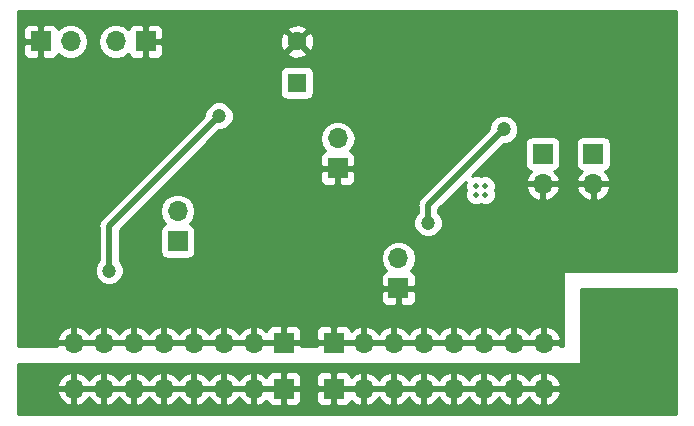
<source format=gbl>
G04 #@! TF.GenerationSoftware,KiCad,Pcbnew,(5.0.1)-3*
G04 #@! TF.CreationDate,2020-03-31T21:31:38+02:00*
G04 #@! TF.ProjectId,schema_pcb,736368656D615F7063622E6B69636164,rev?*
G04 #@! TF.SameCoordinates,Original*
G04 #@! TF.FileFunction,Copper,L2,Bot,Signal*
G04 #@! TF.FilePolarity,Positive*
%FSLAX46Y46*%
G04 Gerber Fmt 4.6, Leading zero omitted, Abs format (unit mm)*
G04 Created by KiCad (PCBNEW (5.0.1)-3) date 31/03/2020 21:31:38*
%MOMM*%
%LPD*%
G01*
G04 APERTURE LIST*
G04 #@! TA.AperFunction,ComponentPad*
%ADD10O,1.700000X1.700000*%
G04 #@! TD*
G04 #@! TA.AperFunction,ComponentPad*
%ADD11R,1.700000X1.700000*%
G04 #@! TD*
G04 #@! TA.AperFunction,ComponentPad*
%ADD12C,1.600000*%
G04 #@! TD*
G04 #@! TA.AperFunction,ComponentPad*
%ADD13R,1.600000X1.600000*%
G04 #@! TD*
G04 #@! TA.AperFunction,ComponentPad*
%ADD14C,0.508000*%
G04 #@! TD*
G04 #@! TA.AperFunction,ViaPad*
%ADD15C,1.200000*%
G04 #@! TD*
G04 #@! TA.AperFunction,Conductor*
%ADD16C,0.500000*%
G04 #@! TD*
G04 #@! TA.AperFunction,Conductor*
%ADD17C,0.254000*%
G04 #@! TD*
G04 APERTURE END LIST*
D10*
G04 #@! TO.P,BT1,2*
G04 #@! TO.N,GND*
X164500000Y-99140000D03*
D11*
G04 #@! TO.P,BT1,1*
G04 #@! TO.N,Net-(BT1-Pad1)*
X164500000Y-96600000D03*
G04 #@! TD*
G04 #@! TO.P,J4,1*
G04 #@! TO.N,GND*
X147150000Y-97850000D03*
D10*
G04 #@! TO.P,J4,2*
G04 #@! TO.N,/BatteryLoader/input*
X147150000Y-95310000D03*
G04 #@! TD*
G04 #@! TO.P,SolarPanel IN,2*
G04 #@! TO.N,Net-(Cin1_1-Pad1)*
X124540000Y-87100000D03*
D11*
G04 #@! TO.P,SolarPanel IN,1*
G04 #@! TO.N,GND*
X122000000Y-87100000D03*
G04 #@! TD*
D10*
G04 #@! TO.P,meas,2*
G04 #@! TO.N,Net-(Cin1_1-Pad1)*
X128360000Y-87100000D03*
D11*
G04 #@! TO.P,meas,1*
G04 #@! TO.N,GND*
X130900000Y-87100000D03*
G04 #@! TD*
G04 #@! TO.P,J3,1*
G04 #@! TO.N,Net-(J3-Pad1)*
X133600000Y-104000000D03*
D10*
G04 #@! TO.P,J3,2*
G04 #@! TO.N,Net-(J3-Pad2)*
X133600000Y-101460000D03*
G04 #@! TD*
D11*
G04 #@! TO.P,J5,1*
G04 #@! TO.N,GND*
X152300000Y-108000000D03*
D10*
G04 #@! TO.P,J5,2*
G04 #@! TO.N,Net-(CREF2-Pad1)*
X152300000Y-105460000D03*
G04 #@! TD*
D11*
G04 #@! TO.P,J6,1*
G04 #@! TO.N,Net-(BT1-Pad1)*
X168800000Y-96600000D03*
D10*
G04 #@! TO.P,J6,2*
G04 #@! TO.N,GND*
X168800000Y-99140000D03*
G04 #@! TD*
G04 #@! TO.P,3.3V,8*
G04 #@! TO.N,Net-(C6-Pad1)*
X124820000Y-116500000D03*
G04 #@! TO.P,3.3V,7*
X127360000Y-116500000D03*
G04 #@! TO.P,3.3V,6*
X129900000Y-116500000D03*
G04 #@! TO.P,3.3V,5*
X132440000Y-116500000D03*
G04 #@! TO.P,3.3V,4*
X134980000Y-116500000D03*
G04 #@! TO.P,3.3V,3*
X137520000Y-116500000D03*
G04 #@! TO.P,3.3V,2*
X140060000Y-116500000D03*
D11*
G04 #@! TO.P,3.3V,1*
X142600000Y-116500000D03*
G04 #@! TD*
G04 #@! TO.P,,1*
G04 #@! TO.N,Net-(C6-Pad1)*
X146800000Y-116500000D03*
D10*
G04 #@! TO.P,,2*
X149340000Y-116500000D03*
G04 #@! TO.P,,3*
X151880000Y-116500000D03*
G04 #@! TO.P,,4*
X154420000Y-116500000D03*
G04 #@! TO.P,,5*
X156960000Y-116500000D03*
G04 #@! TO.P,,6*
X159500000Y-116500000D03*
G04 #@! TO.P,,7*
X162040000Y-116500000D03*
G04 #@! TO.P,,8*
X164580000Y-116500000D03*
G04 #@! TD*
G04 #@! TO.P,GND,8*
G04 #@! TO.N,GND*
X164580000Y-112600000D03*
G04 #@! TO.P,GND,7*
X162040000Y-112600000D03*
G04 #@! TO.P,GND,6*
X159500000Y-112600000D03*
G04 #@! TO.P,GND,5*
X156960000Y-112600000D03*
G04 #@! TO.P,GND,4*
X154420000Y-112600000D03*
G04 #@! TO.P,GND,3*
X151880000Y-112600000D03*
G04 #@! TO.P,GND,2*
X149340000Y-112600000D03*
D11*
G04 #@! TO.P,GND,1*
X146800000Y-112600000D03*
G04 #@! TD*
G04 #@! TO.P,,1*
G04 #@! TO.N,GND*
X142600000Y-112600000D03*
D10*
G04 #@! TO.P,,2*
X140060000Y-112600000D03*
G04 #@! TO.P,,3*
X137520000Y-112600000D03*
G04 #@! TO.P,,4*
X134980000Y-112600000D03*
G04 #@! TO.P,,5*
X132440000Y-112600000D03*
G04 #@! TO.P,,6*
X129900000Y-112600000D03*
G04 #@! TO.P,,7*
X127360000Y-112600000D03*
G04 #@! TO.P,,8*
X124820000Y-112600000D03*
G04 #@! TD*
D12*
G04 #@! TO.P,SUPERCAP,2*
G04 #@! TO.N,GND*
X143700000Y-87100000D03*
D13*
G04 #@! TO.P,SUPERCAP,1*
G04 #@! TO.N,Net-(SUPERCAP1-Pad1)*
X143700000Y-90600000D03*
G04 #@! TD*
D14*
G04 #@! TO.P,,V*
G04 #@! TO.N,N/C*
X158856300Y-100093700D03*
X158856300Y-99306300D03*
X159643700Y-100093700D03*
X159643700Y-99306300D03*
G04 #@! TD*
D15*
G04 #@! TO.N,Net-(C5-Pad1)*
X161200000Y-94550000D03*
X154800002Y-102450000D03*
G04 #@! TO.N,Net-(CSTORE1-Pad1)*
X127800000Y-106500000D03*
X137099999Y-93400000D03*
G04 #@! TD*
D16*
G04 #@! TO.N,Net-(C5-Pad1)*
X154800002Y-100949998D02*
X154800002Y-101601472D01*
X154800002Y-101601472D02*
X154800002Y-102450000D01*
X161200000Y-94550000D02*
X154800002Y-100949998D01*
G04 #@! TO.N,Net-(CSTORE1-Pad1)*
X127800000Y-106500000D02*
X127800000Y-106500000D01*
X127800000Y-106500000D02*
X127800000Y-102699999D01*
X127800000Y-102699999D02*
X136500000Y-93999999D01*
X136500000Y-93999999D02*
X137099999Y-93400000D01*
G04 #@! TD*
D17*
G04 #@! TO.N,Net-(C6-Pad1)*
G36*
X175820001Y-118670000D02*
X120090000Y-118670000D01*
X120090000Y-116856892D01*
X123378514Y-116856892D01*
X123624817Y-117381358D01*
X124053076Y-117771645D01*
X124463110Y-117941476D01*
X124693000Y-117820155D01*
X124693000Y-116627000D01*
X124947000Y-116627000D01*
X124947000Y-117820155D01*
X125176890Y-117941476D01*
X125586924Y-117771645D01*
X126015183Y-117381358D01*
X126090000Y-117222046D01*
X126164817Y-117381358D01*
X126593076Y-117771645D01*
X127003110Y-117941476D01*
X127233000Y-117820155D01*
X127233000Y-116627000D01*
X127487000Y-116627000D01*
X127487000Y-117820155D01*
X127716890Y-117941476D01*
X128126924Y-117771645D01*
X128555183Y-117381358D01*
X128630000Y-117222046D01*
X128704817Y-117381358D01*
X129133076Y-117771645D01*
X129543110Y-117941476D01*
X129773000Y-117820155D01*
X129773000Y-116627000D01*
X130027000Y-116627000D01*
X130027000Y-117820155D01*
X130256890Y-117941476D01*
X130666924Y-117771645D01*
X131095183Y-117381358D01*
X131170000Y-117222046D01*
X131244817Y-117381358D01*
X131673076Y-117771645D01*
X132083110Y-117941476D01*
X132313000Y-117820155D01*
X132313000Y-116627000D01*
X132567000Y-116627000D01*
X132567000Y-117820155D01*
X132796890Y-117941476D01*
X133206924Y-117771645D01*
X133635183Y-117381358D01*
X133710000Y-117222046D01*
X133784817Y-117381358D01*
X134213076Y-117771645D01*
X134623110Y-117941476D01*
X134853000Y-117820155D01*
X134853000Y-116627000D01*
X135107000Y-116627000D01*
X135107000Y-117820155D01*
X135336890Y-117941476D01*
X135746924Y-117771645D01*
X136175183Y-117381358D01*
X136250000Y-117222046D01*
X136324817Y-117381358D01*
X136753076Y-117771645D01*
X137163110Y-117941476D01*
X137393000Y-117820155D01*
X137393000Y-116627000D01*
X137647000Y-116627000D01*
X137647000Y-117820155D01*
X137876890Y-117941476D01*
X138286924Y-117771645D01*
X138715183Y-117381358D01*
X138790000Y-117222046D01*
X138864817Y-117381358D01*
X139293076Y-117771645D01*
X139703110Y-117941476D01*
X139933000Y-117820155D01*
X139933000Y-116627000D01*
X140187000Y-116627000D01*
X140187000Y-117820155D01*
X140416890Y-117941476D01*
X140826924Y-117771645D01*
X141124864Y-117500122D01*
X141211673Y-117709698D01*
X141390301Y-117888327D01*
X141623690Y-117985000D01*
X142314250Y-117985000D01*
X142473000Y-117826250D01*
X142473000Y-116627000D01*
X142727000Y-116627000D01*
X142727000Y-117826250D01*
X142885750Y-117985000D01*
X143576310Y-117985000D01*
X143809699Y-117888327D01*
X143988327Y-117709698D01*
X144085000Y-117476309D01*
X144085000Y-116785750D01*
X145315000Y-116785750D01*
X145315000Y-117476309D01*
X145411673Y-117709698D01*
X145590301Y-117888327D01*
X145823690Y-117985000D01*
X146514250Y-117985000D01*
X146673000Y-117826250D01*
X146673000Y-116627000D01*
X146927000Y-116627000D01*
X146927000Y-117826250D01*
X147085750Y-117985000D01*
X147776310Y-117985000D01*
X148009699Y-117888327D01*
X148188327Y-117709698D01*
X148275136Y-117500122D01*
X148573076Y-117771645D01*
X148983110Y-117941476D01*
X149213000Y-117820155D01*
X149213000Y-116627000D01*
X149467000Y-116627000D01*
X149467000Y-117820155D01*
X149696890Y-117941476D01*
X150106924Y-117771645D01*
X150535183Y-117381358D01*
X150610000Y-117222046D01*
X150684817Y-117381358D01*
X151113076Y-117771645D01*
X151523110Y-117941476D01*
X151753000Y-117820155D01*
X151753000Y-116627000D01*
X152007000Y-116627000D01*
X152007000Y-117820155D01*
X152236890Y-117941476D01*
X152646924Y-117771645D01*
X153075183Y-117381358D01*
X153150000Y-117222046D01*
X153224817Y-117381358D01*
X153653076Y-117771645D01*
X154063110Y-117941476D01*
X154293000Y-117820155D01*
X154293000Y-116627000D01*
X154547000Y-116627000D01*
X154547000Y-117820155D01*
X154776890Y-117941476D01*
X155186924Y-117771645D01*
X155615183Y-117381358D01*
X155690000Y-117222046D01*
X155764817Y-117381358D01*
X156193076Y-117771645D01*
X156603110Y-117941476D01*
X156833000Y-117820155D01*
X156833000Y-116627000D01*
X157087000Y-116627000D01*
X157087000Y-117820155D01*
X157316890Y-117941476D01*
X157726924Y-117771645D01*
X158155183Y-117381358D01*
X158230000Y-117222046D01*
X158304817Y-117381358D01*
X158733076Y-117771645D01*
X159143110Y-117941476D01*
X159373000Y-117820155D01*
X159373000Y-116627000D01*
X159627000Y-116627000D01*
X159627000Y-117820155D01*
X159856890Y-117941476D01*
X160266924Y-117771645D01*
X160695183Y-117381358D01*
X160770000Y-117222046D01*
X160844817Y-117381358D01*
X161273076Y-117771645D01*
X161683110Y-117941476D01*
X161913000Y-117820155D01*
X161913000Y-116627000D01*
X162167000Y-116627000D01*
X162167000Y-117820155D01*
X162396890Y-117941476D01*
X162806924Y-117771645D01*
X163235183Y-117381358D01*
X163310000Y-117222046D01*
X163384817Y-117381358D01*
X163813076Y-117771645D01*
X164223110Y-117941476D01*
X164453000Y-117820155D01*
X164453000Y-116627000D01*
X164707000Y-116627000D01*
X164707000Y-117820155D01*
X164936890Y-117941476D01*
X165346924Y-117771645D01*
X165775183Y-117381358D01*
X166021486Y-116856892D01*
X165900819Y-116627000D01*
X164707000Y-116627000D01*
X164453000Y-116627000D01*
X162167000Y-116627000D01*
X161913000Y-116627000D01*
X159627000Y-116627000D01*
X159373000Y-116627000D01*
X157087000Y-116627000D01*
X156833000Y-116627000D01*
X154547000Y-116627000D01*
X154293000Y-116627000D01*
X152007000Y-116627000D01*
X151753000Y-116627000D01*
X149467000Y-116627000D01*
X149213000Y-116627000D01*
X146927000Y-116627000D01*
X146673000Y-116627000D01*
X145473750Y-116627000D01*
X145315000Y-116785750D01*
X144085000Y-116785750D01*
X143926250Y-116627000D01*
X142727000Y-116627000D01*
X142473000Y-116627000D01*
X140187000Y-116627000D01*
X139933000Y-116627000D01*
X137647000Y-116627000D01*
X137393000Y-116627000D01*
X135107000Y-116627000D01*
X134853000Y-116627000D01*
X132567000Y-116627000D01*
X132313000Y-116627000D01*
X130027000Y-116627000D01*
X129773000Y-116627000D01*
X127487000Y-116627000D01*
X127233000Y-116627000D01*
X124947000Y-116627000D01*
X124693000Y-116627000D01*
X123499181Y-116627000D01*
X123378514Y-116856892D01*
X120090000Y-116856892D01*
X120090000Y-116143108D01*
X123378514Y-116143108D01*
X123499181Y-116373000D01*
X124693000Y-116373000D01*
X124693000Y-115179845D01*
X124947000Y-115179845D01*
X124947000Y-116373000D01*
X127233000Y-116373000D01*
X127233000Y-115179845D01*
X127487000Y-115179845D01*
X127487000Y-116373000D01*
X129773000Y-116373000D01*
X129773000Y-115179845D01*
X130027000Y-115179845D01*
X130027000Y-116373000D01*
X132313000Y-116373000D01*
X132313000Y-115179845D01*
X132567000Y-115179845D01*
X132567000Y-116373000D01*
X134853000Y-116373000D01*
X134853000Y-115179845D01*
X135107000Y-115179845D01*
X135107000Y-116373000D01*
X137393000Y-116373000D01*
X137393000Y-115179845D01*
X137647000Y-115179845D01*
X137647000Y-116373000D01*
X139933000Y-116373000D01*
X139933000Y-115179845D01*
X140187000Y-115179845D01*
X140187000Y-116373000D01*
X142473000Y-116373000D01*
X142473000Y-115173750D01*
X142727000Y-115173750D01*
X142727000Y-116373000D01*
X143926250Y-116373000D01*
X144085000Y-116214250D01*
X144085000Y-115523691D01*
X145315000Y-115523691D01*
X145315000Y-116214250D01*
X145473750Y-116373000D01*
X146673000Y-116373000D01*
X146673000Y-115173750D01*
X146927000Y-115173750D01*
X146927000Y-116373000D01*
X149213000Y-116373000D01*
X149213000Y-115179845D01*
X149467000Y-115179845D01*
X149467000Y-116373000D01*
X151753000Y-116373000D01*
X151753000Y-115179845D01*
X152007000Y-115179845D01*
X152007000Y-116373000D01*
X154293000Y-116373000D01*
X154293000Y-115179845D01*
X154547000Y-115179845D01*
X154547000Y-116373000D01*
X156833000Y-116373000D01*
X156833000Y-115179845D01*
X157087000Y-115179845D01*
X157087000Y-116373000D01*
X159373000Y-116373000D01*
X159373000Y-115179845D01*
X159627000Y-115179845D01*
X159627000Y-116373000D01*
X161913000Y-116373000D01*
X161913000Y-115179845D01*
X162167000Y-115179845D01*
X162167000Y-116373000D01*
X164453000Y-116373000D01*
X164453000Y-115179845D01*
X164707000Y-115179845D01*
X164707000Y-116373000D01*
X165900819Y-116373000D01*
X166021486Y-116143108D01*
X165775183Y-115618642D01*
X165346924Y-115228355D01*
X164936890Y-115058524D01*
X164707000Y-115179845D01*
X164453000Y-115179845D01*
X164223110Y-115058524D01*
X163813076Y-115228355D01*
X163384817Y-115618642D01*
X163310000Y-115777954D01*
X163235183Y-115618642D01*
X162806924Y-115228355D01*
X162396890Y-115058524D01*
X162167000Y-115179845D01*
X161913000Y-115179845D01*
X161683110Y-115058524D01*
X161273076Y-115228355D01*
X160844817Y-115618642D01*
X160770000Y-115777954D01*
X160695183Y-115618642D01*
X160266924Y-115228355D01*
X159856890Y-115058524D01*
X159627000Y-115179845D01*
X159373000Y-115179845D01*
X159143110Y-115058524D01*
X158733076Y-115228355D01*
X158304817Y-115618642D01*
X158230000Y-115777954D01*
X158155183Y-115618642D01*
X157726924Y-115228355D01*
X157316890Y-115058524D01*
X157087000Y-115179845D01*
X156833000Y-115179845D01*
X156603110Y-115058524D01*
X156193076Y-115228355D01*
X155764817Y-115618642D01*
X155690000Y-115777954D01*
X155615183Y-115618642D01*
X155186924Y-115228355D01*
X154776890Y-115058524D01*
X154547000Y-115179845D01*
X154293000Y-115179845D01*
X154063110Y-115058524D01*
X153653076Y-115228355D01*
X153224817Y-115618642D01*
X153150000Y-115777954D01*
X153075183Y-115618642D01*
X152646924Y-115228355D01*
X152236890Y-115058524D01*
X152007000Y-115179845D01*
X151753000Y-115179845D01*
X151523110Y-115058524D01*
X151113076Y-115228355D01*
X150684817Y-115618642D01*
X150610000Y-115777954D01*
X150535183Y-115618642D01*
X150106924Y-115228355D01*
X149696890Y-115058524D01*
X149467000Y-115179845D01*
X149213000Y-115179845D01*
X148983110Y-115058524D01*
X148573076Y-115228355D01*
X148275136Y-115499878D01*
X148188327Y-115290302D01*
X148009699Y-115111673D01*
X147776310Y-115015000D01*
X147085750Y-115015000D01*
X146927000Y-115173750D01*
X146673000Y-115173750D01*
X146514250Y-115015000D01*
X145823690Y-115015000D01*
X145590301Y-115111673D01*
X145411673Y-115290302D01*
X145315000Y-115523691D01*
X144085000Y-115523691D01*
X143988327Y-115290302D01*
X143809699Y-115111673D01*
X143576310Y-115015000D01*
X142885750Y-115015000D01*
X142727000Y-115173750D01*
X142473000Y-115173750D01*
X142314250Y-115015000D01*
X141623690Y-115015000D01*
X141390301Y-115111673D01*
X141211673Y-115290302D01*
X141124864Y-115499878D01*
X140826924Y-115228355D01*
X140416890Y-115058524D01*
X140187000Y-115179845D01*
X139933000Y-115179845D01*
X139703110Y-115058524D01*
X139293076Y-115228355D01*
X138864817Y-115618642D01*
X138790000Y-115777954D01*
X138715183Y-115618642D01*
X138286924Y-115228355D01*
X137876890Y-115058524D01*
X137647000Y-115179845D01*
X137393000Y-115179845D01*
X137163110Y-115058524D01*
X136753076Y-115228355D01*
X136324817Y-115618642D01*
X136250000Y-115777954D01*
X136175183Y-115618642D01*
X135746924Y-115228355D01*
X135336890Y-115058524D01*
X135107000Y-115179845D01*
X134853000Y-115179845D01*
X134623110Y-115058524D01*
X134213076Y-115228355D01*
X133784817Y-115618642D01*
X133710000Y-115777954D01*
X133635183Y-115618642D01*
X133206924Y-115228355D01*
X132796890Y-115058524D01*
X132567000Y-115179845D01*
X132313000Y-115179845D01*
X132083110Y-115058524D01*
X131673076Y-115228355D01*
X131244817Y-115618642D01*
X131170000Y-115777954D01*
X131095183Y-115618642D01*
X130666924Y-115228355D01*
X130256890Y-115058524D01*
X130027000Y-115179845D01*
X129773000Y-115179845D01*
X129543110Y-115058524D01*
X129133076Y-115228355D01*
X128704817Y-115618642D01*
X128630000Y-115777954D01*
X128555183Y-115618642D01*
X128126924Y-115228355D01*
X127716890Y-115058524D01*
X127487000Y-115179845D01*
X127233000Y-115179845D01*
X127003110Y-115058524D01*
X126593076Y-115228355D01*
X126164817Y-115618642D01*
X126090000Y-115777954D01*
X126015183Y-115618642D01*
X125586924Y-115228355D01*
X125176890Y-115058524D01*
X124947000Y-115179845D01*
X124693000Y-115179845D01*
X124463110Y-115058524D01*
X124053076Y-115228355D01*
X123624817Y-115618642D01*
X123378514Y-116143108D01*
X120090000Y-116143108D01*
X120090000Y-114427000D01*
X167640000Y-114427000D01*
X167688601Y-114417333D01*
X167729803Y-114389803D01*
X167757333Y-114348601D01*
X167767000Y-114300000D01*
X167767000Y-108077000D01*
X175820001Y-108077000D01*
X175820001Y-118670000D01*
X175820001Y-118670000D01*
G37*
X175820001Y-118670000D02*
X120090000Y-118670000D01*
X120090000Y-116856892D01*
X123378514Y-116856892D01*
X123624817Y-117381358D01*
X124053076Y-117771645D01*
X124463110Y-117941476D01*
X124693000Y-117820155D01*
X124693000Y-116627000D01*
X124947000Y-116627000D01*
X124947000Y-117820155D01*
X125176890Y-117941476D01*
X125586924Y-117771645D01*
X126015183Y-117381358D01*
X126090000Y-117222046D01*
X126164817Y-117381358D01*
X126593076Y-117771645D01*
X127003110Y-117941476D01*
X127233000Y-117820155D01*
X127233000Y-116627000D01*
X127487000Y-116627000D01*
X127487000Y-117820155D01*
X127716890Y-117941476D01*
X128126924Y-117771645D01*
X128555183Y-117381358D01*
X128630000Y-117222046D01*
X128704817Y-117381358D01*
X129133076Y-117771645D01*
X129543110Y-117941476D01*
X129773000Y-117820155D01*
X129773000Y-116627000D01*
X130027000Y-116627000D01*
X130027000Y-117820155D01*
X130256890Y-117941476D01*
X130666924Y-117771645D01*
X131095183Y-117381358D01*
X131170000Y-117222046D01*
X131244817Y-117381358D01*
X131673076Y-117771645D01*
X132083110Y-117941476D01*
X132313000Y-117820155D01*
X132313000Y-116627000D01*
X132567000Y-116627000D01*
X132567000Y-117820155D01*
X132796890Y-117941476D01*
X133206924Y-117771645D01*
X133635183Y-117381358D01*
X133710000Y-117222046D01*
X133784817Y-117381358D01*
X134213076Y-117771645D01*
X134623110Y-117941476D01*
X134853000Y-117820155D01*
X134853000Y-116627000D01*
X135107000Y-116627000D01*
X135107000Y-117820155D01*
X135336890Y-117941476D01*
X135746924Y-117771645D01*
X136175183Y-117381358D01*
X136250000Y-117222046D01*
X136324817Y-117381358D01*
X136753076Y-117771645D01*
X137163110Y-117941476D01*
X137393000Y-117820155D01*
X137393000Y-116627000D01*
X137647000Y-116627000D01*
X137647000Y-117820155D01*
X137876890Y-117941476D01*
X138286924Y-117771645D01*
X138715183Y-117381358D01*
X138790000Y-117222046D01*
X138864817Y-117381358D01*
X139293076Y-117771645D01*
X139703110Y-117941476D01*
X139933000Y-117820155D01*
X139933000Y-116627000D01*
X140187000Y-116627000D01*
X140187000Y-117820155D01*
X140416890Y-117941476D01*
X140826924Y-117771645D01*
X141124864Y-117500122D01*
X141211673Y-117709698D01*
X141390301Y-117888327D01*
X141623690Y-117985000D01*
X142314250Y-117985000D01*
X142473000Y-117826250D01*
X142473000Y-116627000D01*
X142727000Y-116627000D01*
X142727000Y-117826250D01*
X142885750Y-117985000D01*
X143576310Y-117985000D01*
X143809699Y-117888327D01*
X143988327Y-117709698D01*
X144085000Y-117476309D01*
X144085000Y-116785750D01*
X145315000Y-116785750D01*
X145315000Y-117476309D01*
X145411673Y-117709698D01*
X145590301Y-117888327D01*
X145823690Y-117985000D01*
X146514250Y-117985000D01*
X146673000Y-117826250D01*
X146673000Y-116627000D01*
X146927000Y-116627000D01*
X146927000Y-117826250D01*
X147085750Y-117985000D01*
X147776310Y-117985000D01*
X148009699Y-117888327D01*
X148188327Y-117709698D01*
X148275136Y-117500122D01*
X148573076Y-117771645D01*
X148983110Y-117941476D01*
X149213000Y-117820155D01*
X149213000Y-116627000D01*
X149467000Y-116627000D01*
X149467000Y-117820155D01*
X149696890Y-117941476D01*
X150106924Y-117771645D01*
X150535183Y-117381358D01*
X150610000Y-117222046D01*
X150684817Y-117381358D01*
X151113076Y-117771645D01*
X151523110Y-117941476D01*
X151753000Y-117820155D01*
X151753000Y-116627000D01*
X152007000Y-116627000D01*
X152007000Y-117820155D01*
X152236890Y-117941476D01*
X152646924Y-117771645D01*
X153075183Y-117381358D01*
X153150000Y-117222046D01*
X153224817Y-117381358D01*
X153653076Y-117771645D01*
X154063110Y-117941476D01*
X154293000Y-117820155D01*
X154293000Y-116627000D01*
X154547000Y-116627000D01*
X154547000Y-117820155D01*
X154776890Y-117941476D01*
X155186924Y-117771645D01*
X155615183Y-117381358D01*
X155690000Y-117222046D01*
X155764817Y-117381358D01*
X156193076Y-117771645D01*
X156603110Y-117941476D01*
X156833000Y-117820155D01*
X156833000Y-116627000D01*
X157087000Y-116627000D01*
X157087000Y-117820155D01*
X157316890Y-117941476D01*
X157726924Y-117771645D01*
X158155183Y-117381358D01*
X158230000Y-117222046D01*
X158304817Y-117381358D01*
X158733076Y-117771645D01*
X159143110Y-117941476D01*
X159373000Y-117820155D01*
X159373000Y-116627000D01*
X159627000Y-116627000D01*
X159627000Y-117820155D01*
X159856890Y-117941476D01*
X160266924Y-117771645D01*
X160695183Y-117381358D01*
X160770000Y-117222046D01*
X160844817Y-117381358D01*
X161273076Y-117771645D01*
X161683110Y-117941476D01*
X161913000Y-117820155D01*
X161913000Y-116627000D01*
X162167000Y-116627000D01*
X162167000Y-117820155D01*
X162396890Y-117941476D01*
X162806924Y-117771645D01*
X163235183Y-117381358D01*
X163310000Y-117222046D01*
X163384817Y-117381358D01*
X163813076Y-117771645D01*
X164223110Y-117941476D01*
X164453000Y-117820155D01*
X164453000Y-116627000D01*
X164707000Y-116627000D01*
X164707000Y-117820155D01*
X164936890Y-117941476D01*
X165346924Y-117771645D01*
X165775183Y-117381358D01*
X166021486Y-116856892D01*
X165900819Y-116627000D01*
X164707000Y-116627000D01*
X164453000Y-116627000D01*
X162167000Y-116627000D01*
X161913000Y-116627000D01*
X159627000Y-116627000D01*
X159373000Y-116627000D01*
X157087000Y-116627000D01*
X156833000Y-116627000D01*
X154547000Y-116627000D01*
X154293000Y-116627000D01*
X152007000Y-116627000D01*
X151753000Y-116627000D01*
X149467000Y-116627000D01*
X149213000Y-116627000D01*
X146927000Y-116627000D01*
X146673000Y-116627000D01*
X145473750Y-116627000D01*
X145315000Y-116785750D01*
X144085000Y-116785750D01*
X143926250Y-116627000D01*
X142727000Y-116627000D01*
X142473000Y-116627000D01*
X140187000Y-116627000D01*
X139933000Y-116627000D01*
X137647000Y-116627000D01*
X137393000Y-116627000D01*
X135107000Y-116627000D01*
X134853000Y-116627000D01*
X132567000Y-116627000D01*
X132313000Y-116627000D01*
X130027000Y-116627000D01*
X129773000Y-116627000D01*
X127487000Y-116627000D01*
X127233000Y-116627000D01*
X124947000Y-116627000D01*
X124693000Y-116627000D01*
X123499181Y-116627000D01*
X123378514Y-116856892D01*
X120090000Y-116856892D01*
X120090000Y-116143108D01*
X123378514Y-116143108D01*
X123499181Y-116373000D01*
X124693000Y-116373000D01*
X124693000Y-115179845D01*
X124947000Y-115179845D01*
X124947000Y-116373000D01*
X127233000Y-116373000D01*
X127233000Y-115179845D01*
X127487000Y-115179845D01*
X127487000Y-116373000D01*
X129773000Y-116373000D01*
X129773000Y-115179845D01*
X130027000Y-115179845D01*
X130027000Y-116373000D01*
X132313000Y-116373000D01*
X132313000Y-115179845D01*
X132567000Y-115179845D01*
X132567000Y-116373000D01*
X134853000Y-116373000D01*
X134853000Y-115179845D01*
X135107000Y-115179845D01*
X135107000Y-116373000D01*
X137393000Y-116373000D01*
X137393000Y-115179845D01*
X137647000Y-115179845D01*
X137647000Y-116373000D01*
X139933000Y-116373000D01*
X139933000Y-115179845D01*
X140187000Y-115179845D01*
X140187000Y-116373000D01*
X142473000Y-116373000D01*
X142473000Y-115173750D01*
X142727000Y-115173750D01*
X142727000Y-116373000D01*
X143926250Y-116373000D01*
X144085000Y-116214250D01*
X144085000Y-115523691D01*
X145315000Y-115523691D01*
X145315000Y-116214250D01*
X145473750Y-116373000D01*
X146673000Y-116373000D01*
X146673000Y-115173750D01*
X146927000Y-115173750D01*
X146927000Y-116373000D01*
X149213000Y-116373000D01*
X149213000Y-115179845D01*
X149467000Y-115179845D01*
X149467000Y-116373000D01*
X151753000Y-116373000D01*
X151753000Y-115179845D01*
X152007000Y-115179845D01*
X152007000Y-116373000D01*
X154293000Y-116373000D01*
X154293000Y-115179845D01*
X154547000Y-115179845D01*
X154547000Y-116373000D01*
X156833000Y-116373000D01*
X156833000Y-115179845D01*
X157087000Y-115179845D01*
X157087000Y-116373000D01*
X159373000Y-116373000D01*
X159373000Y-115179845D01*
X159627000Y-115179845D01*
X159627000Y-116373000D01*
X161913000Y-116373000D01*
X161913000Y-115179845D01*
X162167000Y-115179845D01*
X162167000Y-116373000D01*
X164453000Y-116373000D01*
X164453000Y-115179845D01*
X164707000Y-115179845D01*
X164707000Y-116373000D01*
X165900819Y-116373000D01*
X166021486Y-116143108D01*
X165775183Y-115618642D01*
X165346924Y-115228355D01*
X164936890Y-115058524D01*
X164707000Y-115179845D01*
X164453000Y-115179845D01*
X164223110Y-115058524D01*
X163813076Y-115228355D01*
X163384817Y-115618642D01*
X163310000Y-115777954D01*
X163235183Y-115618642D01*
X162806924Y-115228355D01*
X162396890Y-115058524D01*
X162167000Y-115179845D01*
X161913000Y-115179845D01*
X161683110Y-115058524D01*
X161273076Y-115228355D01*
X160844817Y-115618642D01*
X160770000Y-115777954D01*
X160695183Y-115618642D01*
X160266924Y-115228355D01*
X159856890Y-115058524D01*
X159627000Y-115179845D01*
X159373000Y-115179845D01*
X159143110Y-115058524D01*
X158733076Y-115228355D01*
X158304817Y-115618642D01*
X158230000Y-115777954D01*
X158155183Y-115618642D01*
X157726924Y-115228355D01*
X157316890Y-115058524D01*
X157087000Y-115179845D01*
X156833000Y-115179845D01*
X156603110Y-115058524D01*
X156193076Y-115228355D01*
X155764817Y-115618642D01*
X155690000Y-115777954D01*
X155615183Y-115618642D01*
X155186924Y-115228355D01*
X154776890Y-115058524D01*
X154547000Y-115179845D01*
X154293000Y-115179845D01*
X154063110Y-115058524D01*
X153653076Y-115228355D01*
X153224817Y-115618642D01*
X153150000Y-115777954D01*
X153075183Y-115618642D01*
X152646924Y-115228355D01*
X152236890Y-115058524D01*
X152007000Y-115179845D01*
X151753000Y-115179845D01*
X151523110Y-115058524D01*
X151113076Y-115228355D01*
X150684817Y-115618642D01*
X150610000Y-115777954D01*
X150535183Y-115618642D01*
X150106924Y-115228355D01*
X149696890Y-115058524D01*
X149467000Y-115179845D01*
X149213000Y-115179845D01*
X148983110Y-115058524D01*
X148573076Y-115228355D01*
X148275136Y-115499878D01*
X148188327Y-115290302D01*
X148009699Y-115111673D01*
X147776310Y-115015000D01*
X147085750Y-115015000D01*
X146927000Y-115173750D01*
X146673000Y-115173750D01*
X146514250Y-115015000D01*
X145823690Y-115015000D01*
X145590301Y-115111673D01*
X145411673Y-115290302D01*
X145315000Y-115523691D01*
X144085000Y-115523691D01*
X143988327Y-115290302D01*
X143809699Y-115111673D01*
X143576310Y-115015000D01*
X142885750Y-115015000D01*
X142727000Y-115173750D01*
X142473000Y-115173750D01*
X142314250Y-115015000D01*
X141623690Y-115015000D01*
X141390301Y-115111673D01*
X141211673Y-115290302D01*
X141124864Y-115499878D01*
X140826924Y-115228355D01*
X140416890Y-115058524D01*
X140187000Y-115179845D01*
X139933000Y-115179845D01*
X139703110Y-115058524D01*
X139293076Y-115228355D01*
X138864817Y-115618642D01*
X138790000Y-115777954D01*
X138715183Y-115618642D01*
X138286924Y-115228355D01*
X137876890Y-115058524D01*
X137647000Y-115179845D01*
X137393000Y-115179845D01*
X137163110Y-115058524D01*
X136753076Y-115228355D01*
X136324817Y-115618642D01*
X136250000Y-115777954D01*
X136175183Y-115618642D01*
X135746924Y-115228355D01*
X135336890Y-115058524D01*
X135107000Y-115179845D01*
X134853000Y-115179845D01*
X134623110Y-115058524D01*
X134213076Y-115228355D01*
X133784817Y-115618642D01*
X133710000Y-115777954D01*
X133635183Y-115618642D01*
X133206924Y-115228355D01*
X132796890Y-115058524D01*
X132567000Y-115179845D01*
X132313000Y-115179845D01*
X132083110Y-115058524D01*
X131673076Y-115228355D01*
X131244817Y-115618642D01*
X131170000Y-115777954D01*
X131095183Y-115618642D01*
X130666924Y-115228355D01*
X130256890Y-115058524D01*
X130027000Y-115179845D01*
X129773000Y-115179845D01*
X129543110Y-115058524D01*
X129133076Y-115228355D01*
X128704817Y-115618642D01*
X128630000Y-115777954D01*
X128555183Y-115618642D01*
X128126924Y-115228355D01*
X127716890Y-115058524D01*
X127487000Y-115179845D01*
X127233000Y-115179845D01*
X127003110Y-115058524D01*
X126593076Y-115228355D01*
X126164817Y-115618642D01*
X126090000Y-115777954D01*
X126015183Y-115618642D01*
X125586924Y-115228355D01*
X125176890Y-115058524D01*
X124947000Y-115179845D01*
X124693000Y-115179845D01*
X124463110Y-115058524D01*
X124053076Y-115228355D01*
X123624817Y-115618642D01*
X123378514Y-116143108D01*
X120090000Y-116143108D01*
X120090000Y-114427000D01*
X167640000Y-114427000D01*
X167688601Y-114417333D01*
X167729803Y-114389803D01*
X167757333Y-114348601D01*
X167767000Y-114300000D01*
X167767000Y-108077000D01*
X175820001Y-108077000D01*
X175820001Y-118670000D01*
G04 #@! TO.N,GND*
G36*
X175820001Y-106553000D02*
X166370000Y-106553000D01*
X166321399Y-106562667D01*
X166280197Y-106590197D01*
X166252667Y-106631399D01*
X166243000Y-106680000D01*
X166243000Y-112903000D01*
X165993199Y-112903000D01*
X165900819Y-112727000D01*
X164707000Y-112727000D01*
X164707000Y-112747000D01*
X164453000Y-112747000D01*
X164453000Y-112727000D01*
X162167000Y-112727000D01*
X162167000Y-112747000D01*
X161913000Y-112747000D01*
X161913000Y-112727000D01*
X159627000Y-112727000D01*
X159627000Y-112747000D01*
X159373000Y-112747000D01*
X159373000Y-112727000D01*
X157087000Y-112727000D01*
X157087000Y-112747000D01*
X156833000Y-112747000D01*
X156833000Y-112727000D01*
X154547000Y-112727000D01*
X154547000Y-112747000D01*
X154293000Y-112747000D01*
X154293000Y-112727000D01*
X152007000Y-112727000D01*
X152007000Y-112747000D01*
X151753000Y-112747000D01*
X151753000Y-112727000D01*
X149467000Y-112727000D01*
X149467000Y-112747000D01*
X149213000Y-112747000D01*
X149213000Y-112727000D01*
X146927000Y-112727000D01*
X146927000Y-112747000D01*
X146673000Y-112747000D01*
X146673000Y-112727000D01*
X145473750Y-112727000D01*
X145315000Y-112885750D01*
X145315000Y-112903000D01*
X144085000Y-112903000D01*
X144085000Y-112885750D01*
X143926250Y-112727000D01*
X142727000Y-112727000D01*
X142727000Y-112747000D01*
X142473000Y-112747000D01*
X142473000Y-112727000D01*
X140187000Y-112727000D01*
X140187000Y-112747000D01*
X139933000Y-112747000D01*
X139933000Y-112727000D01*
X137647000Y-112727000D01*
X137647000Y-112747000D01*
X137393000Y-112747000D01*
X137393000Y-112727000D01*
X135107000Y-112727000D01*
X135107000Y-112747000D01*
X134853000Y-112747000D01*
X134853000Y-112727000D01*
X132567000Y-112727000D01*
X132567000Y-112747000D01*
X132313000Y-112747000D01*
X132313000Y-112727000D01*
X130027000Y-112727000D01*
X130027000Y-112747000D01*
X129773000Y-112747000D01*
X129773000Y-112727000D01*
X127487000Y-112727000D01*
X127487000Y-112747000D01*
X127233000Y-112747000D01*
X127233000Y-112727000D01*
X124947000Y-112727000D01*
X124947000Y-112747000D01*
X124693000Y-112747000D01*
X124693000Y-112727000D01*
X123499181Y-112727000D01*
X123406801Y-112903000D01*
X120090000Y-112903000D01*
X120090000Y-112243108D01*
X123378514Y-112243108D01*
X123499181Y-112473000D01*
X124693000Y-112473000D01*
X124693000Y-111279845D01*
X124947000Y-111279845D01*
X124947000Y-112473000D01*
X127233000Y-112473000D01*
X127233000Y-111279845D01*
X127487000Y-111279845D01*
X127487000Y-112473000D01*
X129773000Y-112473000D01*
X129773000Y-111279845D01*
X130027000Y-111279845D01*
X130027000Y-112473000D01*
X132313000Y-112473000D01*
X132313000Y-111279845D01*
X132567000Y-111279845D01*
X132567000Y-112473000D01*
X134853000Y-112473000D01*
X134853000Y-111279845D01*
X135107000Y-111279845D01*
X135107000Y-112473000D01*
X137393000Y-112473000D01*
X137393000Y-111279845D01*
X137647000Y-111279845D01*
X137647000Y-112473000D01*
X139933000Y-112473000D01*
X139933000Y-111279845D01*
X140187000Y-111279845D01*
X140187000Y-112473000D01*
X142473000Y-112473000D01*
X142473000Y-111273750D01*
X142727000Y-111273750D01*
X142727000Y-112473000D01*
X143926250Y-112473000D01*
X144085000Y-112314250D01*
X144085000Y-111623691D01*
X145315000Y-111623691D01*
X145315000Y-112314250D01*
X145473750Y-112473000D01*
X146673000Y-112473000D01*
X146673000Y-111273750D01*
X146927000Y-111273750D01*
X146927000Y-112473000D01*
X149213000Y-112473000D01*
X149213000Y-111279845D01*
X149467000Y-111279845D01*
X149467000Y-112473000D01*
X151753000Y-112473000D01*
X151753000Y-111279845D01*
X152007000Y-111279845D01*
X152007000Y-112473000D01*
X154293000Y-112473000D01*
X154293000Y-111279845D01*
X154547000Y-111279845D01*
X154547000Y-112473000D01*
X156833000Y-112473000D01*
X156833000Y-111279845D01*
X157087000Y-111279845D01*
X157087000Y-112473000D01*
X159373000Y-112473000D01*
X159373000Y-111279845D01*
X159627000Y-111279845D01*
X159627000Y-112473000D01*
X161913000Y-112473000D01*
X161913000Y-111279845D01*
X162167000Y-111279845D01*
X162167000Y-112473000D01*
X164453000Y-112473000D01*
X164453000Y-111279845D01*
X164707000Y-111279845D01*
X164707000Y-112473000D01*
X165900819Y-112473000D01*
X166021486Y-112243108D01*
X165775183Y-111718642D01*
X165346924Y-111328355D01*
X164936890Y-111158524D01*
X164707000Y-111279845D01*
X164453000Y-111279845D01*
X164223110Y-111158524D01*
X163813076Y-111328355D01*
X163384817Y-111718642D01*
X163310000Y-111877954D01*
X163235183Y-111718642D01*
X162806924Y-111328355D01*
X162396890Y-111158524D01*
X162167000Y-111279845D01*
X161913000Y-111279845D01*
X161683110Y-111158524D01*
X161273076Y-111328355D01*
X160844817Y-111718642D01*
X160770000Y-111877954D01*
X160695183Y-111718642D01*
X160266924Y-111328355D01*
X159856890Y-111158524D01*
X159627000Y-111279845D01*
X159373000Y-111279845D01*
X159143110Y-111158524D01*
X158733076Y-111328355D01*
X158304817Y-111718642D01*
X158230000Y-111877954D01*
X158155183Y-111718642D01*
X157726924Y-111328355D01*
X157316890Y-111158524D01*
X157087000Y-111279845D01*
X156833000Y-111279845D01*
X156603110Y-111158524D01*
X156193076Y-111328355D01*
X155764817Y-111718642D01*
X155690000Y-111877954D01*
X155615183Y-111718642D01*
X155186924Y-111328355D01*
X154776890Y-111158524D01*
X154547000Y-111279845D01*
X154293000Y-111279845D01*
X154063110Y-111158524D01*
X153653076Y-111328355D01*
X153224817Y-111718642D01*
X153150000Y-111877954D01*
X153075183Y-111718642D01*
X152646924Y-111328355D01*
X152236890Y-111158524D01*
X152007000Y-111279845D01*
X151753000Y-111279845D01*
X151523110Y-111158524D01*
X151113076Y-111328355D01*
X150684817Y-111718642D01*
X150610000Y-111877954D01*
X150535183Y-111718642D01*
X150106924Y-111328355D01*
X149696890Y-111158524D01*
X149467000Y-111279845D01*
X149213000Y-111279845D01*
X148983110Y-111158524D01*
X148573076Y-111328355D01*
X148275136Y-111599878D01*
X148188327Y-111390302D01*
X148009699Y-111211673D01*
X147776310Y-111115000D01*
X147085750Y-111115000D01*
X146927000Y-111273750D01*
X146673000Y-111273750D01*
X146514250Y-111115000D01*
X145823690Y-111115000D01*
X145590301Y-111211673D01*
X145411673Y-111390302D01*
X145315000Y-111623691D01*
X144085000Y-111623691D01*
X143988327Y-111390302D01*
X143809699Y-111211673D01*
X143576310Y-111115000D01*
X142885750Y-111115000D01*
X142727000Y-111273750D01*
X142473000Y-111273750D01*
X142314250Y-111115000D01*
X141623690Y-111115000D01*
X141390301Y-111211673D01*
X141211673Y-111390302D01*
X141124864Y-111599878D01*
X140826924Y-111328355D01*
X140416890Y-111158524D01*
X140187000Y-111279845D01*
X139933000Y-111279845D01*
X139703110Y-111158524D01*
X139293076Y-111328355D01*
X138864817Y-111718642D01*
X138790000Y-111877954D01*
X138715183Y-111718642D01*
X138286924Y-111328355D01*
X137876890Y-111158524D01*
X137647000Y-111279845D01*
X137393000Y-111279845D01*
X137163110Y-111158524D01*
X136753076Y-111328355D01*
X136324817Y-111718642D01*
X136250000Y-111877954D01*
X136175183Y-111718642D01*
X135746924Y-111328355D01*
X135336890Y-111158524D01*
X135107000Y-111279845D01*
X134853000Y-111279845D01*
X134623110Y-111158524D01*
X134213076Y-111328355D01*
X133784817Y-111718642D01*
X133710000Y-111877954D01*
X133635183Y-111718642D01*
X133206924Y-111328355D01*
X132796890Y-111158524D01*
X132567000Y-111279845D01*
X132313000Y-111279845D01*
X132083110Y-111158524D01*
X131673076Y-111328355D01*
X131244817Y-111718642D01*
X131170000Y-111877954D01*
X131095183Y-111718642D01*
X130666924Y-111328355D01*
X130256890Y-111158524D01*
X130027000Y-111279845D01*
X129773000Y-111279845D01*
X129543110Y-111158524D01*
X129133076Y-111328355D01*
X128704817Y-111718642D01*
X128630000Y-111877954D01*
X128555183Y-111718642D01*
X128126924Y-111328355D01*
X127716890Y-111158524D01*
X127487000Y-111279845D01*
X127233000Y-111279845D01*
X127003110Y-111158524D01*
X126593076Y-111328355D01*
X126164817Y-111718642D01*
X126090000Y-111877954D01*
X126015183Y-111718642D01*
X125586924Y-111328355D01*
X125176890Y-111158524D01*
X124947000Y-111279845D01*
X124693000Y-111279845D01*
X124463110Y-111158524D01*
X124053076Y-111328355D01*
X123624817Y-111718642D01*
X123378514Y-112243108D01*
X120090000Y-112243108D01*
X120090000Y-108285750D01*
X150815000Y-108285750D01*
X150815000Y-108976310D01*
X150911673Y-109209699D01*
X151090302Y-109388327D01*
X151323691Y-109485000D01*
X152014250Y-109485000D01*
X152173000Y-109326250D01*
X152173000Y-108127000D01*
X152427000Y-108127000D01*
X152427000Y-109326250D01*
X152585750Y-109485000D01*
X153276309Y-109485000D01*
X153509698Y-109388327D01*
X153688327Y-109209699D01*
X153785000Y-108976310D01*
X153785000Y-108285750D01*
X153626250Y-108127000D01*
X152427000Y-108127000D01*
X152173000Y-108127000D01*
X150973750Y-108127000D01*
X150815000Y-108285750D01*
X120090000Y-108285750D01*
X120090000Y-106254343D01*
X126565000Y-106254343D01*
X126565000Y-106745657D01*
X126753018Y-107199571D01*
X127100429Y-107546982D01*
X127554343Y-107735000D01*
X128045657Y-107735000D01*
X128499571Y-107546982D01*
X128846982Y-107199571D01*
X129035000Y-106745657D01*
X129035000Y-106254343D01*
X128846982Y-105800429D01*
X128685000Y-105638447D01*
X128685000Y-103066577D01*
X130291577Y-101460000D01*
X132085908Y-101460000D01*
X132201161Y-102039418D01*
X132529375Y-102530625D01*
X132547619Y-102542816D01*
X132502235Y-102551843D01*
X132292191Y-102692191D01*
X132151843Y-102902235D01*
X132102560Y-103150000D01*
X132102560Y-104850000D01*
X132151843Y-105097765D01*
X132292191Y-105307809D01*
X132502235Y-105448157D01*
X132750000Y-105497440D01*
X134450000Y-105497440D01*
X134638225Y-105460000D01*
X150785908Y-105460000D01*
X150901161Y-106039418D01*
X151229375Y-106530625D01*
X151251033Y-106545096D01*
X151090302Y-106611673D01*
X150911673Y-106790301D01*
X150815000Y-107023690D01*
X150815000Y-107714250D01*
X150973750Y-107873000D01*
X152173000Y-107873000D01*
X152173000Y-107853000D01*
X152427000Y-107853000D01*
X152427000Y-107873000D01*
X153626250Y-107873000D01*
X153785000Y-107714250D01*
X153785000Y-107023690D01*
X153688327Y-106790301D01*
X153509698Y-106611673D01*
X153348967Y-106545096D01*
X153370625Y-106530625D01*
X153698839Y-106039418D01*
X153814092Y-105460000D01*
X153698839Y-104880582D01*
X153370625Y-104389375D01*
X152879418Y-104061161D01*
X152446256Y-103975000D01*
X152153744Y-103975000D01*
X151720582Y-104061161D01*
X151229375Y-104389375D01*
X150901161Y-104880582D01*
X150785908Y-105460000D01*
X134638225Y-105460000D01*
X134697765Y-105448157D01*
X134907809Y-105307809D01*
X135048157Y-105097765D01*
X135097440Y-104850000D01*
X135097440Y-103150000D01*
X135048157Y-102902235D01*
X134907809Y-102692191D01*
X134697765Y-102551843D01*
X134652381Y-102542816D01*
X134670625Y-102530625D01*
X134888639Y-102204343D01*
X153565002Y-102204343D01*
X153565002Y-102695657D01*
X153753020Y-103149571D01*
X154100431Y-103496982D01*
X154554345Y-103685000D01*
X155045659Y-103685000D01*
X155499573Y-103496982D01*
X155846984Y-103149571D01*
X156035002Y-102695657D01*
X156035002Y-102204343D01*
X155846984Y-101750429D01*
X155685002Y-101588447D01*
X155685002Y-101316576D01*
X158034608Y-98966970D01*
X157967300Y-99129467D01*
X157967300Y-99483133D01*
X158057129Y-99700000D01*
X157967300Y-99916867D01*
X157967300Y-100270533D01*
X158102642Y-100597278D01*
X158352722Y-100847358D01*
X158679467Y-100982700D01*
X159033133Y-100982700D01*
X159250000Y-100892871D01*
X159466867Y-100982700D01*
X159820533Y-100982700D01*
X160147278Y-100847358D01*
X160397358Y-100597278D01*
X160532700Y-100270533D01*
X160532700Y-99916867D01*
X160442871Y-99700000D01*
X160527001Y-99496890D01*
X163058524Y-99496890D01*
X163228355Y-99906924D01*
X163618642Y-100335183D01*
X164143108Y-100581486D01*
X164373000Y-100460819D01*
X164373000Y-99267000D01*
X164627000Y-99267000D01*
X164627000Y-100460819D01*
X164856892Y-100581486D01*
X165381358Y-100335183D01*
X165771645Y-99906924D01*
X165941476Y-99496890D01*
X167358524Y-99496890D01*
X167528355Y-99906924D01*
X167918642Y-100335183D01*
X168443108Y-100581486D01*
X168673000Y-100460819D01*
X168673000Y-99267000D01*
X168927000Y-99267000D01*
X168927000Y-100460819D01*
X169156892Y-100581486D01*
X169681358Y-100335183D01*
X170071645Y-99906924D01*
X170241476Y-99496890D01*
X170120155Y-99267000D01*
X168927000Y-99267000D01*
X168673000Y-99267000D01*
X167479845Y-99267000D01*
X167358524Y-99496890D01*
X165941476Y-99496890D01*
X165820155Y-99267000D01*
X164627000Y-99267000D01*
X164373000Y-99267000D01*
X163179845Y-99267000D01*
X163058524Y-99496890D01*
X160527001Y-99496890D01*
X160532700Y-99483133D01*
X160532700Y-99129467D01*
X160397358Y-98802722D01*
X160147278Y-98552642D01*
X159820533Y-98417300D01*
X159466867Y-98417300D01*
X159250000Y-98507129D01*
X159033133Y-98417300D01*
X158679467Y-98417300D01*
X158516970Y-98484608D01*
X161216579Y-95785000D01*
X161445657Y-95785000D01*
X161530154Y-95750000D01*
X163002560Y-95750000D01*
X163002560Y-97450000D01*
X163051843Y-97697765D01*
X163192191Y-97907809D01*
X163402235Y-98048157D01*
X163505708Y-98068739D01*
X163228355Y-98373076D01*
X163058524Y-98783110D01*
X163179845Y-99013000D01*
X164373000Y-99013000D01*
X164373000Y-98993000D01*
X164627000Y-98993000D01*
X164627000Y-99013000D01*
X165820155Y-99013000D01*
X165941476Y-98783110D01*
X165771645Y-98373076D01*
X165494292Y-98068739D01*
X165597765Y-98048157D01*
X165807809Y-97907809D01*
X165948157Y-97697765D01*
X165997440Y-97450000D01*
X165997440Y-95750000D01*
X167302560Y-95750000D01*
X167302560Y-97450000D01*
X167351843Y-97697765D01*
X167492191Y-97907809D01*
X167702235Y-98048157D01*
X167805708Y-98068739D01*
X167528355Y-98373076D01*
X167358524Y-98783110D01*
X167479845Y-99013000D01*
X168673000Y-99013000D01*
X168673000Y-98993000D01*
X168927000Y-98993000D01*
X168927000Y-99013000D01*
X170120155Y-99013000D01*
X170241476Y-98783110D01*
X170071645Y-98373076D01*
X169794292Y-98068739D01*
X169897765Y-98048157D01*
X170107809Y-97907809D01*
X170248157Y-97697765D01*
X170297440Y-97450000D01*
X170297440Y-95750000D01*
X170248157Y-95502235D01*
X170107809Y-95292191D01*
X169897765Y-95151843D01*
X169650000Y-95102560D01*
X167950000Y-95102560D01*
X167702235Y-95151843D01*
X167492191Y-95292191D01*
X167351843Y-95502235D01*
X167302560Y-95750000D01*
X165997440Y-95750000D01*
X165948157Y-95502235D01*
X165807809Y-95292191D01*
X165597765Y-95151843D01*
X165350000Y-95102560D01*
X163650000Y-95102560D01*
X163402235Y-95151843D01*
X163192191Y-95292191D01*
X163051843Y-95502235D01*
X163002560Y-95750000D01*
X161530154Y-95750000D01*
X161899571Y-95596982D01*
X162246982Y-95249571D01*
X162435000Y-94795657D01*
X162435000Y-94304343D01*
X162246982Y-93850429D01*
X161899571Y-93503018D01*
X161445657Y-93315000D01*
X160954343Y-93315000D01*
X160500429Y-93503018D01*
X160153018Y-93850429D01*
X159965000Y-94304343D01*
X159965000Y-94533421D01*
X154235849Y-100262573D01*
X154161953Y-100311949D01*
X153966350Y-100604689D01*
X153915002Y-100862834D01*
X153915002Y-100862837D01*
X153897665Y-100949998D01*
X153915002Y-101037159D01*
X153915002Y-101588447D01*
X153753020Y-101750429D01*
X153565002Y-102204343D01*
X134888639Y-102204343D01*
X134998839Y-102039418D01*
X135114092Y-101460000D01*
X134998839Y-100880582D01*
X134670625Y-100389375D01*
X134179418Y-100061161D01*
X133746256Y-99975000D01*
X133453744Y-99975000D01*
X133020582Y-100061161D01*
X132529375Y-100389375D01*
X132201161Y-100880582D01*
X132085908Y-101460000D01*
X130291577Y-101460000D01*
X133615827Y-98135750D01*
X145665000Y-98135750D01*
X145665000Y-98826310D01*
X145761673Y-99059699D01*
X145940302Y-99238327D01*
X146173691Y-99335000D01*
X146864250Y-99335000D01*
X147023000Y-99176250D01*
X147023000Y-97977000D01*
X147277000Y-97977000D01*
X147277000Y-99176250D01*
X147435750Y-99335000D01*
X148126309Y-99335000D01*
X148359698Y-99238327D01*
X148538327Y-99059699D01*
X148635000Y-98826310D01*
X148635000Y-98135750D01*
X148476250Y-97977000D01*
X147277000Y-97977000D01*
X147023000Y-97977000D01*
X145823750Y-97977000D01*
X145665000Y-98135750D01*
X133615827Y-98135750D01*
X136441577Y-95310000D01*
X145635908Y-95310000D01*
X145751161Y-95889418D01*
X146079375Y-96380625D01*
X146101033Y-96395096D01*
X145940302Y-96461673D01*
X145761673Y-96640301D01*
X145665000Y-96873690D01*
X145665000Y-97564250D01*
X145823750Y-97723000D01*
X147023000Y-97723000D01*
X147023000Y-97703000D01*
X147277000Y-97703000D01*
X147277000Y-97723000D01*
X148476250Y-97723000D01*
X148635000Y-97564250D01*
X148635000Y-96873690D01*
X148538327Y-96640301D01*
X148359698Y-96461673D01*
X148198967Y-96395096D01*
X148220625Y-96380625D01*
X148548839Y-95889418D01*
X148664092Y-95310000D01*
X148548839Y-94730582D01*
X148220625Y-94239375D01*
X147729418Y-93911161D01*
X147296256Y-93825000D01*
X147003744Y-93825000D01*
X146570582Y-93911161D01*
X146079375Y-94239375D01*
X145751161Y-94730582D01*
X145635908Y-95310000D01*
X136441577Y-95310000D01*
X137116578Y-94635000D01*
X137345656Y-94635000D01*
X137799570Y-94446982D01*
X138146981Y-94099571D01*
X138334999Y-93645657D01*
X138334999Y-93154343D01*
X138146981Y-92700429D01*
X137799570Y-92353018D01*
X137345656Y-92165000D01*
X136854342Y-92165000D01*
X136400428Y-92353018D01*
X136053017Y-92700429D01*
X135864999Y-93154343D01*
X135864999Y-93383421D01*
X127235845Y-102012576D01*
X127161952Y-102061950D01*
X127112578Y-102135843D01*
X127112576Y-102135845D01*
X126966348Y-102354690D01*
X126897663Y-102699999D01*
X126915001Y-102787164D01*
X126915000Y-105638447D01*
X126753018Y-105800429D01*
X126565000Y-106254343D01*
X120090000Y-106254343D01*
X120090000Y-89800000D01*
X142252560Y-89800000D01*
X142252560Y-91400000D01*
X142301843Y-91647765D01*
X142442191Y-91857809D01*
X142652235Y-91998157D01*
X142900000Y-92047440D01*
X144500000Y-92047440D01*
X144747765Y-91998157D01*
X144957809Y-91857809D01*
X145098157Y-91647765D01*
X145147440Y-91400000D01*
X145147440Y-89800000D01*
X145098157Y-89552235D01*
X144957809Y-89342191D01*
X144747765Y-89201843D01*
X144500000Y-89152560D01*
X142900000Y-89152560D01*
X142652235Y-89201843D01*
X142442191Y-89342191D01*
X142301843Y-89552235D01*
X142252560Y-89800000D01*
X120090000Y-89800000D01*
X120090000Y-87385750D01*
X120515000Y-87385750D01*
X120515000Y-88076309D01*
X120611673Y-88309698D01*
X120790301Y-88488327D01*
X121023690Y-88585000D01*
X121714250Y-88585000D01*
X121873000Y-88426250D01*
X121873000Y-87227000D01*
X120673750Y-87227000D01*
X120515000Y-87385750D01*
X120090000Y-87385750D01*
X120090000Y-86123691D01*
X120515000Y-86123691D01*
X120515000Y-86814250D01*
X120673750Y-86973000D01*
X121873000Y-86973000D01*
X121873000Y-85773750D01*
X122127000Y-85773750D01*
X122127000Y-86973000D01*
X122147000Y-86973000D01*
X122147000Y-87227000D01*
X122127000Y-87227000D01*
X122127000Y-88426250D01*
X122285750Y-88585000D01*
X122976310Y-88585000D01*
X123209699Y-88488327D01*
X123388327Y-88309698D01*
X123454904Y-88148967D01*
X123469375Y-88170625D01*
X123960582Y-88498839D01*
X124393744Y-88585000D01*
X124686256Y-88585000D01*
X125119418Y-88498839D01*
X125610625Y-88170625D01*
X125938839Y-87679418D01*
X126054092Y-87100000D01*
X126845908Y-87100000D01*
X126961161Y-87679418D01*
X127289375Y-88170625D01*
X127780582Y-88498839D01*
X128213744Y-88585000D01*
X128506256Y-88585000D01*
X128939418Y-88498839D01*
X129430625Y-88170625D01*
X129445096Y-88148967D01*
X129511673Y-88309698D01*
X129690301Y-88488327D01*
X129923690Y-88585000D01*
X130614250Y-88585000D01*
X130773000Y-88426250D01*
X130773000Y-87227000D01*
X131027000Y-87227000D01*
X131027000Y-88426250D01*
X131185750Y-88585000D01*
X131876310Y-88585000D01*
X132109699Y-88488327D01*
X132288327Y-88309698D01*
X132371978Y-88107745D01*
X142871861Y-88107745D01*
X142945995Y-88353864D01*
X143483223Y-88546965D01*
X144053454Y-88519778D01*
X144454005Y-88353864D01*
X144528139Y-88107745D01*
X143700000Y-87279605D01*
X142871861Y-88107745D01*
X132371978Y-88107745D01*
X132385000Y-88076309D01*
X132385000Y-87385750D01*
X132226250Y-87227000D01*
X131027000Y-87227000D01*
X130773000Y-87227000D01*
X130753000Y-87227000D01*
X130753000Y-86973000D01*
X130773000Y-86973000D01*
X130773000Y-85773750D01*
X131027000Y-85773750D01*
X131027000Y-86973000D01*
X132226250Y-86973000D01*
X132316027Y-86883223D01*
X142253035Y-86883223D01*
X142280222Y-87453454D01*
X142446136Y-87854005D01*
X142692255Y-87928139D01*
X143520395Y-87100000D01*
X143879605Y-87100000D01*
X144707745Y-87928139D01*
X144953864Y-87854005D01*
X145146965Y-87316777D01*
X145119778Y-86746546D01*
X144953864Y-86345995D01*
X144707745Y-86271861D01*
X143879605Y-87100000D01*
X143520395Y-87100000D01*
X142692255Y-86271861D01*
X142446136Y-86345995D01*
X142253035Y-86883223D01*
X132316027Y-86883223D01*
X132385000Y-86814250D01*
X132385000Y-86123691D01*
X132371979Y-86092255D01*
X142871861Y-86092255D01*
X143700000Y-86920395D01*
X144528139Y-86092255D01*
X144454005Y-85846136D01*
X143916777Y-85653035D01*
X143346546Y-85680222D01*
X142945995Y-85846136D01*
X142871861Y-86092255D01*
X132371979Y-86092255D01*
X132288327Y-85890302D01*
X132109699Y-85711673D01*
X131876310Y-85615000D01*
X131185750Y-85615000D01*
X131027000Y-85773750D01*
X130773000Y-85773750D01*
X130614250Y-85615000D01*
X129923690Y-85615000D01*
X129690301Y-85711673D01*
X129511673Y-85890302D01*
X129445096Y-86051033D01*
X129430625Y-86029375D01*
X128939418Y-85701161D01*
X128506256Y-85615000D01*
X128213744Y-85615000D01*
X127780582Y-85701161D01*
X127289375Y-86029375D01*
X126961161Y-86520582D01*
X126845908Y-87100000D01*
X126054092Y-87100000D01*
X125938839Y-86520582D01*
X125610625Y-86029375D01*
X125119418Y-85701161D01*
X124686256Y-85615000D01*
X124393744Y-85615000D01*
X123960582Y-85701161D01*
X123469375Y-86029375D01*
X123454904Y-86051033D01*
X123388327Y-85890302D01*
X123209699Y-85711673D01*
X122976310Y-85615000D01*
X122285750Y-85615000D01*
X122127000Y-85773750D01*
X121873000Y-85773750D01*
X121714250Y-85615000D01*
X121023690Y-85615000D01*
X120790301Y-85711673D01*
X120611673Y-85890302D01*
X120515000Y-86123691D01*
X120090000Y-86123691D01*
X120090000Y-84530000D01*
X175820000Y-84530000D01*
X175820001Y-106553000D01*
X175820001Y-106553000D01*
G37*
X175820001Y-106553000D02*
X166370000Y-106553000D01*
X166321399Y-106562667D01*
X166280197Y-106590197D01*
X166252667Y-106631399D01*
X166243000Y-106680000D01*
X166243000Y-112903000D01*
X165993199Y-112903000D01*
X165900819Y-112727000D01*
X164707000Y-112727000D01*
X164707000Y-112747000D01*
X164453000Y-112747000D01*
X164453000Y-112727000D01*
X162167000Y-112727000D01*
X162167000Y-112747000D01*
X161913000Y-112747000D01*
X161913000Y-112727000D01*
X159627000Y-112727000D01*
X159627000Y-112747000D01*
X159373000Y-112747000D01*
X159373000Y-112727000D01*
X157087000Y-112727000D01*
X157087000Y-112747000D01*
X156833000Y-112747000D01*
X156833000Y-112727000D01*
X154547000Y-112727000D01*
X154547000Y-112747000D01*
X154293000Y-112747000D01*
X154293000Y-112727000D01*
X152007000Y-112727000D01*
X152007000Y-112747000D01*
X151753000Y-112747000D01*
X151753000Y-112727000D01*
X149467000Y-112727000D01*
X149467000Y-112747000D01*
X149213000Y-112747000D01*
X149213000Y-112727000D01*
X146927000Y-112727000D01*
X146927000Y-112747000D01*
X146673000Y-112747000D01*
X146673000Y-112727000D01*
X145473750Y-112727000D01*
X145315000Y-112885750D01*
X145315000Y-112903000D01*
X144085000Y-112903000D01*
X144085000Y-112885750D01*
X143926250Y-112727000D01*
X142727000Y-112727000D01*
X142727000Y-112747000D01*
X142473000Y-112747000D01*
X142473000Y-112727000D01*
X140187000Y-112727000D01*
X140187000Y-112747000D01*
X139933000Y-112747000D01*
X139933000Y-112727000D01*
X137647000Y-112727000D01*
X137647000Y-112747000D01*
X137393000Y-112747000D01*
X137393000Y-112727000D01*
X135107000Y-112727000D01*
X135107000Y-112747000D01*
X134853000Y-112747000D01*
X134853000Y-112727000D01*
X132567000Y-112727000D01*
X132567000Y-112747000D01*
X132313000Y-112747000D01*
X132313000Y-112727000D01*
X130027000Y-112727000D01*
X130027000Y-112747000D01*
X129773000Y-112747000D01*
X129773000Y-112727000D01*
X127487000Y-112727000D01*
X127487000Y-112747000D01*
X127233000Y-112747000D01*
X127233000Y-112727000D01*
X124947000Y-112727000D01*
X124947000Y-112747000D01*
X124693000Y-112747000D01*
X124693000Y-112727000D01*
X123499181Y-112727000D01*
X123406801Y-112903000D01*
X120090000Y-112903000D01*
X120090000Y-112243108D01*
X123378514Y-112243108D01*
X123499181Y-112473000D01*
X124693000Y-112473000D01*
X124693000Y-111279845D01*
X124947000Y-111279845D01*
X124947000Y-112473000D01*
X127233000Y-112473000D01*
X127233000Y-111279845D01*
X127487000Y-111279845D01*
X127487000Y-112473000D01*
X129773000Y-112473000D01*
X129773000Y-111279845D01*
X130027000Y-111279845D01*
X130027000Y-112473000D01*
X132313000Y-112473000D01*
X132313000Y-111279845D01*
X132567000Y-111279845D01*
X132567000Y-112473000D01*
X134853000Y-112473000D01*
X134853000Y-111279845D01*
X135107000Y-111279845D01*
X135107000Y-112473000D01*
X137393000Y-112473000D01*
X137393000Y-111279845D01*
X137647000Y-111279845D01*
X137647000Y-112473000D01*
X139933000Y-112473000D01*
X139933000Y-111279845D01*
X140187000Y-111279845D01*
X140187000Y-112473000D01*
X142473000Y-112473000D01*
X142473000Y-111273750D01*
X142727000Y-111273750D01*
X142727000Y-112473000D01*
X143926250Y-112473000D01*
X144085000Y-112314250D01*
X144085000Y-111623691D01*
X145315000Y-111623691D01*
X145315000Y-112314250D01*
X145473750Y-112473000D01*
X146673000Y-112473000D01*
X146673000Y-111273750D01*
X146927000Y-111273750D01*
X146927000Y-112473000D01*
X149213000Y-112473000D01*
X149213000Y-111279845D01*
X149467000Y-111279845D01*
X149467000Y-112473000D01*
X151753000Y-112473000D01*
X151753000Y-111279845D01*
X152007000Y-111279845D01*
X152007000Y-112473000D01*
X154293000Y-112473000D01*
X154293000Y-111279845D01*
X154547000Y-111279845D01*
X154547000Y-112473000D01*
X156833000Y-112473000D01*
X156833000Y-111279845D01*
X157087000Y-111279845D01*
X157087000Y-112473000D01*
X159373000Y-112473000D01*
X159373000Y-111279845D01*
X159627000Y-111279845D01*
X159627000Y-112473000D01*
X161913000Y-112473000D01*
X161913000Y-111279845D01*
X162167000Y-111279845D01*
X162167000Y-112473000D01*
X164453000Y-112473000D01*
X164453000Y-111279845D01*
X164707000Y-111279845D01*
X164707000Y-112473000D01*
X165900819Y-112473000D01*
X166021486Y-112243108D01*
X165775183Y-111718642D01*
X165346924Y-111328355D01*
X164936890Y-111158524D01*
X164707000Y-111279845D01*
X164453000Y-111279845D01*
X164223110Y-111158524D01*
X163813076Y-111328355D01*
X163384817Y-111718642D01*
X163310000Y-111877954D01*
X163235183Y-111718642D01*
X162806924Y-111328355D01*
X162396890Y-111158524D01*
X162167000Y-111279845D01*
X161913000Y-111279845D01*
X161683110Y-111158524D01*
X161273076Y-111328355D01*
X160844817Y-111718642D01*
X160770000Y-111877954D01*
X160695183Y-111718642D01*
X160266924Y-111328355D01*
X159856890Y-111158524D01*
X159627000Y-111279845D01*
X159373000Y-111279845D01*
X159143110Y-111158524D01*
X158733076Y-111328355D01*
X158304817Y-111718642D01*
X158230000Y-111877954D01*
X158155183Y-111718642D01*
X157726924Y-111328355D01*
X157316890Y-111158524D01*
X157087000Y-111279845D01*
X156833000Y-111279845D01*
X156603110Y-111158524D01*
X156193076Y-111328355D01*
X155764817Y-111718642D01*
X155690000Y-111877954D01*
X155615183Y-111718642D01*
X155186924Y-111328355D01*
X154776890Y-111158524D01*
X154547000Y-111279845D01*
X154293000Y-111279845D01*
X154063110Y-111158524D01*
X153653076Y-111328355D01*
X153224817Y-111718642D01*
X153150000Y-111877954D01*
X153075183Y-111718642D01*
X152646924Y-111328355D01*
X152236890Y-111158524D01*
X152007000Y-111279845D01*
X151753000Y-111279845D01*
X151523110Y-111158524D01*
X151113076Y-111328355D01*
X150684817Y-111718642D01*
X150610000Y-111877954D01*
X150535183Y-111718642D01*
X150106924Y-111328355D01*
X149696890Y-111158524D01*
X149467000Y-111279845D01*
X149213000Y-111279845D01*
X148983110Y-111158524D01*
X148573076Y-111328355D01*
X148275136Y-111599878D01*
X148188327Y-111390302D01*
X148009699Y-111211673D01*
X147776310Y-111115000D01*
X147085750Y-111115000D01*
X146927000Y-111273750D01*
X146673000Y-111273750D01*
X146514250Y-111115000D01*
X145823690Y-111115000D01*
X145590301Y-111211673D01*
X145411673Y-111390302D01*
X145315000Y-111623691D01*
X144085000Y-111623691D01*
X143988327Y-111390302D01*
X143809699Y-111211673D01*
X143576310Y-111115000D01*
X142885750Y-111115000D01*
X142727000Y-111273750D01*
X142473000Y-111273750D01*
X142314250Y-111115000D01*
X141623690Y-111115000D01*
X141390301Y-111211673D01*
X141211673Y-111390302D01*
X141124864Y-111599878D01*
X140826924Y-111328355D01*
X140416890Y-111158524D01*
X140187000Y-111279845D01*
X139933000Y-111279845D01*
X139703110Y-111158524D01*
X139293076Y-111328355D01*
X138864817Y-111718642D01*
X138790000Y-111877954D01*
X138715183Y-111718642D01*
X138286924Y-111328355D01*
X137876890Y-111158524D01*
X137647000Y-111279845D01*
X137393000Y-111279845D01*
X137163110Y-111158524D01*
X136753076Y-111328355D01*
X136324817Y-111718642D01*
X136250000Y-111877954D01*
X136175183Y-111718642D01*
X135746924Y-111328355D01*
X135336890Y-111158524D01*
X135107000Y-111279845D01*
X134853000Y-111279845D01*
X134623110Y-111158524D01*
X134213076Y-111328355D01*
X133784817Y-111718642D01*
X133710000Y-111877954D01*
X133635183Y-111718642D01*
X133206924Y-111328355D01*
X132796890Y-111158524D01*
X132567000Y-111279845D01*
X132313000Y-111279845D01*
X132083110Y-111158524D01*
X131673076Y-111328355D01*
X131244817Y-111718642D01*
X131170000Y-111877954D01*
X131095183Y-111718642D01*
X130666924Y-111328355D01*
X130256890Y-111158524D01*
X130027000Y-111279845D01*
X129773000Y-111279845D01*
X129543110Y-111158524D01*
X129133076Y-111328355D01*
X128704817Y-111718642D01*
X128630000Y-111877954D01*
X128555183Y-111718642D01*
X128126924Y-111328355D01*
X127716890Y-111158524D01*
X127487000Y-111279845D01*
X127233000Y-111279845D01*
X127003110Y-111158524D01*
X126593076Y-111328355D01*
X126164817Y-111718642D01*
X126090000Y-111877954D01*
X126015183Y-111718642D01*
X125586924Y-111328355D01*
X125176890Y-111158524D01*
X124947000Y-111279845D01*
X124693000Y-111279845D01*
X124463110Y-111158524D01*
X124053076Y-111328355D01*
X123624817Y-111718642D01*
X123378514Y-112243108D01*
X120090000Y-112243108D01*
X120090000Y-108285750D01*
X150815000Y-108285750D01*
X150815000Y-108976310D01*
X150911673Y-109209699D01*
X151090302Y-109388327D01*
X151323691Y-109485000D01*
X152014250Y-109485000D01*
X152173000Y-109326250D01*
X152173000Y-108127000D01*
X152427000Y-108127000D01*
X152427000Y-109326250D01*
X152585750Y-109485000D01*
X153276309Y-109485000D01*
X153509698Y-109388327D01*
X153688327Y-109209699D01*
X153785000Y-108976310D01*
X153785000Y-108285750D01*
X153626250Y-108127000D01*
X152427000Y-108127000D01*
X152173000Y-108127000D01*
X150973750Y-108127000D01*
X150815000Y-108285750D01*
X120090000Y-108285750D01*
X120090000Y-106254343D01*
X126565000Y-106254343D01*
X126565000Y-106745657D01*
X126753018Y-107199571D01*
X127100429Y-107546982D01*
X127554343Y-107735000D01*
X128045657Y-107735000D01*
X128499571Y-107546982D01*
X128846982Y-107199571D01*
X129035000Y-106745657D01*
X129035000Y-106254343D01*
X128846982Y-105800429D01*
X128685000Y-105638447D01*
X128685000Y-103066577D01*
X130291577Y-101460000D01*
X132085908Y-101460000D01*
X132201161Y-102039418D01*
X132529375Y-102530625D01*
X132547619Y-102542816D01*
X132502235Y-102551843D01*
X132292191Y-102692191D01*
X132151843Y-102902235D01*
X132102560Y-103150000D01*
X132102560Y-104850000D01*
X132151843Y-105097765D01*
X132292191Y-105307809D01*
X132502235Y-105448157D01*
X132750000Y-105497440D01*
X134450000Y-105497440D01*
X134638225Y-105460000D01*
X150785908Y-105460000D01*
X150901161Y-106039418D01*
X151229375Y-106530625D01*
X151251033Y-106545096D01*
X151090302Y-106611673D01*
X150911673Y-106790301D01*
X150815000Y-107023690D01*
X150815000Y-107714250D01*
X150973750Y-107873000D01*
X152173000Y-107873000D01*
X152173000Y-107853000D01*
X152427000Y-107853000D01*
X152427000Y-107873000D01*
X153626250Y-107873000D01*
X153785000Y-107714250D01*
X153785000Y-107023690D01*
X153688327Y-106790301D01*
X153509698Y-106611673D01*
X153348967Y-106545096D01*
X153370625Y-106530625D01*
X153698839Y-106039418D01*
X153814092Y-105460000D01*
X153698839Y-104880582D01*
X153370625Y-104389375D01*
X152879418Y-104061161D01*
X152446256Y-103975000D01*
X152153744Y-103975000D01*
X151720582Y-104061161D01*
X151229375Y-104389375D01*
X150901161Y-104880582D01*
X150785908Y-105460000D01*
X134638225Y-105460000D01*
X134697765Y-105448157D01*
X134907809Y-105307809D01*
X135048157Y-105097765D01*
X135097440Y-104850000D01*
X135097440Y-103150000D01*
X135048157Y-102902235D01*
X134907809Y-102692191D01*
X134697765Y-102551843D01*
X134652381Y-102542816D01*
X134670625Y-102530625D01*
X134888639Y-102204343D01*
X153565002Y-102204343D01*
X153565002Y-102695657D01*
X153753020Y-103149571D01*
X154100431Y-103496982D01*
X154554345Y-103685000D01*
X155045659Y-103685000D01*
X155499573Y-103496982D01*
X155846984Y-103149571D01*
X156035002Y-102695657D01*
X156035002Y-102204343D01*
X155846984Y-101750429D01*
X155685002Y-101588447D01*
X155685002Y-101316576D01*
X158034608Y-98966970D01*
X157967300Y-99129467D01*
X157967300Y-99483133D01*
X158057129Y-99700000D01*
X157967300Y-99916867D01*
X157967300Y-100270533D01*
X158102642Y-100597278D01*
X158352722Y-100847358D01*
X158679467Y-100982700D01*
X159033133Y-100982700D01*
X159250000Y-100892871D01*
X159466867Y-100982700D01*
X159820533Y-100982700D01*
X160147278Y-100847358D01*
X160397358Y-100597278D01*
X160532700Y-100270533D01*
X160532700Y-99916867D01*
X160442871Y-99700000D01*
X160527001Y-99496890D01*
X163058524Y-99496890D01*
X163228355Y-99906924D01*
X163618642Y-100335183D01*
X164143108Y-100581486D01*
X164373000Y-100460819D01*
X164373000Y-99267000D01*
X164627000Y-99267000D01*
X164627000Y-100460819D01*
X164856892Y-100581486D01*
X165381358Y-100335183D01*
X165771645Y-99906924D01*
X165941476Y-99496890D01*
X167358524Y-99496890D01*
X167528355Y-99906924D01*
X167918642Y-100335183D01*
X168443108Y-100581486D01*
X168673000Y-100460819D01*
X168673000Y-99267000D01*
X168927000Y-99267000D01*
X168927000Y-100460819D01*
X169156892Y-100581486D01*
X169681358Y-100335183D01*
X170071645Y-99906924D01*
X170241476Y-99496890D01*
X170120155Y-99267000D01*
X168927000Y-99267000D01*
X168673000Y-99267000D01*
X167479845Y-99267000D01*
X167358524Y-99496890D01*
X165941476Y-99496890D01*
X165820155Y-99267000D01*
X164627000Y-99267000D01*
X164373000Y-99267000D01*
X163179845Y-99267000D01*
X163058524Y-99496890D01*
X160527001Y-99496890D01*
X160532700Y-99483133D01*
X160532700Y-99129467D01*
X160397358Y-98802722D01*
X160147278Y-98552642D01*
X159820533Y-98417300D01*
X159466867Y-98417300D01*
X159250000Y-98507129D01*
X159033133Y-98417300D01*
X158679467Y-98417300D01*
X158516970Y-98484608D01*
X161216579Y-95785000D01*
X161445657Y-95785000D01*
X161530154Y-95750000D01*
X163002560Y-95750000D01*
X163002560Y-97450000D01*
X163051843Y-97697765D01*
X163192191Y-97907809D01*
X163402235Y-98048157D01*
X163505708Y-98068739D01*
X163228355Y-98373076D01*
X163058524Y-98783110D01*
X163179845Y-99013000D01*
X164373000Y-99013000D01*
X164373000Y-98993000D01*
X164627000Y-98993000D01*
X164627000Y-99013000D01*
X165820155Y-99013000D01*
X165941476Y-98783110D01*
X165771645Y-98373076D01*
X165494292Y-98068739D01*
X165597765Y-98048157D01*
X165807809Y-97907809D01*
X165948157Y-97697765D01*
X165997440Y-97450000D01*
X165997440Y-95750000D01*
X167302560Y-95750000D01*
X167302560Y-97450000D01*
X167351843Y-97697765D01*
X167492191Y-97907809D01*
X167702235Y-98048157D01*
X167805708Y-98068739D01*
X167528355Y-98373076D01*
X167358524Y-98783110D01*
X167479845Y-99013000D01*
X168673000Y-99013000D01*
X168673000Y-98993000D01*
X168927000Y-98993000D01*
X168927000Y-99013000D01*
X170120155Y-99013000D01*
X170241476Y-98783110D01*
X170071645Y-98373076D01*
X169794292Y-98068739D01*
X169897765Y-98048157D01*
X170107809Y-97907809D01*
X170248157Y-97697765D01*
X170297440Y-97450000D01*
X170297440Y-95750000D01*
X170248157Y-95502235D01*
X170107809Y-95292191D01*
X169897765Y-95151843D01*
X169650000Y-95102560D01*
X167950000Y-95102560D01*
X167702235Y-95151843D01*
X167492191Y-95292191D01*
X167351843Y-95502235D01*
X167302560Y-95750000D01*
X165997440Y-95750000D01*
X165948157Y-95502235D01*
X165807809Y-95292191D01*
X165597765Y-95151843D01*
X165350000Y-95102560D01*
X163650000Y-95102560D01*
X163402235Y-95151843D01*
X163192191Y-95292191D01*
X163051843Y-95502235D01*
X163002560Y-95750000D01*
X161530154Y-95750000D01*
X161899571Y-95596982D01*
X162246982Y-95249571D01*
X162435000Y-94795657D01*
X162435000Y-94304343D01*
X162246982Y-93850429D01*
X161899571Y-93503018D01*
X161445657Y-93315000D01*
X160954343Y-93315000D01*
X160500429Y-93503018D01*
X160153018Y-93850429D01*
X159965000Y-94304343D01*
X159965000Y-94533421D01*
X154235849Y-100262573D01*
X154161953Y-100311949D01*
X153966350Y-100604689D01*
X153915002Y-100862834D01*
X153915002Y-100862837D01*
X153897665Y-100949998D01*
X153915002Y-101037159D01*
X153915002Y-101588447D01*
X153753020Y-101750429D01*
X153565002Y-102204343D01*
X134888639Y-102204343D01*
X134998839Y-102039418D01*
X135114092Y-101460000D01*
X134998839Y-100880582D01*
X134670625Y-100389375D01*
X134179418Y-100061161D01*
X133746256Y-99975000D01*
X133453744Y-99975000D01*
X133020582Y-100061161D01*
X132529375Y-100389375D01*
X132201161Y-100880582D01*
X132085908Y-101460000D01*
X130291577Y-101460000D01*
X133615827Y-98135750D01*
X145665000Y-98135750D01*
X145665000Y-98826310D01*
X145761673Y-99059699D01*
X145940302Y-99238327D01*
X146173691Y-99335000D01*
X146864250Y-99335000D01*
X147023000Y-99176250D01*
X147023000Y-97977000D01*
X147277000Y-97977000D01*
X147277000Y-99176250D01*
X147435750Y-99335000D01*
X148126309Y-99335000D01*
X148359698Y-99238327D01*
X148538327Y-99059699D01*
X148635000Y-98826310D01*
X148635000Y-98135750D01*
X148476250Y-97977000D01*
X147277000Y-97977000D01*
X147023000Y-97977000D01*
X145823750Y-97977000D01*
X145665000Y-98135750D01*
X133615827Y-98135750D01*
X136441577Y-95310000D01*
X145635908Y-95310000D01*
X145751161Y-95889418D01*
X146079375Y-96380625D01*
X146101033Y-96395096D01*
X145940302Y-96461673D01*
X145761673Y-96640301D01*
X145665000Y-96873690D01*
X145665000Y-97564250D01*
X145823750Y-97723000D01*
X147023000Y-97723000D01*
X147023000Y-97703000D01*
X147277000Y-97703000D01*
X147277000Y-97723000D01*
X148476250Y-97723000D01*
X148635000Y-97564250D01*
X148635000Y-96873690D01*
X148538327Y-96640301D01*
X148359698Y-96461673D01*
X148198967Y-96395096D01*
X148220625Y-96380625D01*
X148548839Y-95889418D01*
X148664092Y-95310000D01*
X148548839Y-94730582D01*
X148220625Y-94239375D01*
X147729418Y-93911161D01*
X147296256Y-93825000D01*
X147003744Y-93825000D01*
X146570582Y-93911161D01*
X146079375Y-94239375D01*
X145751161Y-94730582D01*
X145635908Y-95310000D01*
X136441577Y-95310000D01*
X137116578Y-94635000D01*
X137345656Y-94635000D01*
X137799570Y-94446982D01*
X138146981Y-94099571D01*
X138334999Y-93645657D01*
X138334999Y-93154343D01*
X138146981Y-92700429D01*
X137799570Y-92353018D01*
X137345656Y-92165000D01*
X136854342Y-92165000D01*
X136400428Y-92353018D01*
X136053017Y-92700429D01*
X135864999Y-93154343D01*
X135864999Y-93383421D01*
X127235845Y-102012576D01*
X127161952Y-102061950D01*
X127112578Y-102135843D01*
X127112576Y-102135845D01*
X126966348Y-102354690D01*
X126897663Y-102699999D01*
X126915001Y-102787164D01*
X126915000Y-105638447D01*
X126753018Y-105800429D01*
X126565000Y-106254343D01*
X120090000Y-106254343D01*
X120090000Y-89800000D01*
X142252560Y-89800000D01*
X142252560Y-91400000D01*
X142301843Y-91647765D01*
X142442191Y-91857809D01*
X142652235Y-91998157D01*
X142900000Y-92047440D01*
X144500000Y-92047440D01*
X144747765Y-91998157D01*
X144957809Y-91857809D01*
X145098157Y-91647765D01*
X145147440Y-91400000D01*
X145147440Y-89800000D01*
X145098157Y-89552235D01*
X144957809Y-89342191D01*
X144747765Y-89201843D01*
X144500000Y-89152560D01*
X142900000Y-89152560D01*
X142652235Y-89201843D01*
X142442191Y-89342191D01*
X142301843Y-89552235D01*
X142252560Y-89800000D01*
X120090000Y-89800000D01*
X120090000Y-87385750D01*
X120515000Y-87385750D01*
X120515000Y-88076309D01*
X120611673Y-88309698D01*
X120790301Y-88488327D01*
X121023690Y-88585000D01*
X121714250Y-88585000D01*
X121873000Y-88426250D01*
X121873000Y-87227000D01*
X120673750Y-87227000D01*
X120515000Y-87385750D01*
X120090000Y-87385750D01*
X120090000Y-86123691D01*
X120515000Y-86123691D01*
X120515000Y-86814250D01*
X120673750Y-86973000D01*
X121873000Y-86973000D01*
X121873000Y-85773750D01*
X122127000Y-85773750D01*
X122127000Y-86973000D01*
X122147000Y-86973000D01*
X122147000Y-87227000D01*
X122127000Y-87227000D01*
X122127000Y-88426250D01*
X122285750Y-88585000D01*
X122976310Y-88585000D01*
X123209699Y-88488327D01*
X123388327Y-88309698D01*
X123454904Y-88148967D01*
X123469375Y-88170625D01*
X123960582Y-88498839D01*
X124393744Y-88585000D01*
X124686256Y-88585000D01*
X125119418Y-88498839D01*
X125610625Y-88170625D01*
X125938839Y-87679418D01*
X126054092Y-87100000D01*
X126845908Y-87100000D01*
X126961161Y-87679418D01*
X127289375Y-88170625D01*
X127780582Y-88498839D01*
X128213744Y-88585000D01*
X128506256Y-88585000D01*
X128939418Y-88498839D01*
X129430625Y-88170625D01*
X129445096Y-88148967D01*
X129511673Y-88309698D01*
X129690301Y-88488327D01*
X129923690Y-88585000D01*
X130614250Y-88585000D01*
X130773000Y-88426250D01*
X130773000Y-87227000D01*
X131027000Y-87227000D01*
X131027000Y-88426250D01*
X131185750Y-88585000D01*
X131876310Y-88585000D01*
X132109699Y-88488327D01*
X132288327Y-88309698D01*
X132371978Y-88107745D01*
X142871861Y-88107745D01*
X142945995Y-88353864D01*
X143483223Y-88546965D01*
X144053454Y-88519778D01*
X144454005Y-88353864D01*
X144528139Y-88107745D01*
X143700000Y-87279605D01*
X142871861Y-88107745D01*
X132371978Y-88107745D01*
X132385000Y-88076309D01*
X132385000Y-87385750D01*
X132226250Y-87227000D01*
X131027000Y-87227000D01*
X130773000Y-87227000D01*
X130753000Y-87227000D01*
X130753000Y-86973000D01*
X130773000Y-86973000D01*
X130773000Y-85773750D01*
X131027000Y-85773750D01*
X131027000Y-86973000D01*
X132226250Y-86973000D01*
X132316027Y-86883223D01*
X142253035Y-86883223D01*
X142280222Y-87453454D01*
X142446136Y-87854005D01*
X142692255Y-87928139D01*
X143520395Y-87100000D01*
X143879605Y-87100000D01*
X144707745Y-87928139D01*
X144953864Y-87854005D01*
X145146965Y-87316777D01*
X145119778Y-86746546D01*
X144953864Y-86345995D01*
X144707745Y-86271861D01*
X143879605Y-87100000D01*
X143520395Y-87100000D01*
X142692255Y-86271861D01*
X142446136Y-86345995D01*
X142253035Y-86883223D01*
X132316027Y-86883223D01*
X132385000Y-86814250D01*
X132385000Y-86123691D01*
X132371979Y-86092255D01*
X142871861Y-86092255D01*
X143700000Y-86920395D01*
X144528139Y-86092255D01*
X144454005Y-85846136D01*
X143916777Y-85653035D01*
X143346546Y-85680222D01*
X142945995Y-85846136D01*
X142871861Y-86092255D01*
X132371979Y-86092255D01*
X132288327Y-85890302D01*
X132109699Y-85711673D01*
X131876310Y-85615000D01*
X131185750Y-85615000D01*
X131027000Y-85773750D01*
X130773000Y-85773750D01*
X130614250Y-85615000D01*
X129923690Y-85615000D01*
X129690301Y-85711673D01*
X129511673Y-85890302D01*
X129445096Y-86051033D01*
X129430625Y-86029375D01*
X128939418Y-85701161D01*
X128506256Y-85615000D01*
X128213744Y-85615000D01*
X127780582Y-85701161D01*
X127289375Y-86029375D01*
X126961161Y-86520582D01*
X126845908Y-87100000D01*
X126054092Y-87100000D01*
X125938839Y-86520582D01*
X125610625Y-86029375D01*
X125119418Y-85701161D01*
X124686256Y-85615000D01*
X124393744Y-85615000D01*
X123960582Y-85701161D01*
X123469375Y-86029375D01*
X123454904Y-86051033D01*
X123388327Y-85890302D01*
X123209699Y-85711673D01*
X122976310Y-85615000D01*
X122285750Y-85615000D01*
X122127000Y-85773750D01*
X121873000Y-85773750D01*
X121714250Y-85615000D01*
X121023690Y-85615000D01*
X120790301Y-85711673D01*
X120611673Y-85890302D01*
X120515000Y-86123691D01*
X120090000Y-86123691D01*
X120090000Y-84530000D01*
X175820000Y-84530000D01*
X175820001Y-106553000D01*
G04 #@! TD*
M02*

</source>
